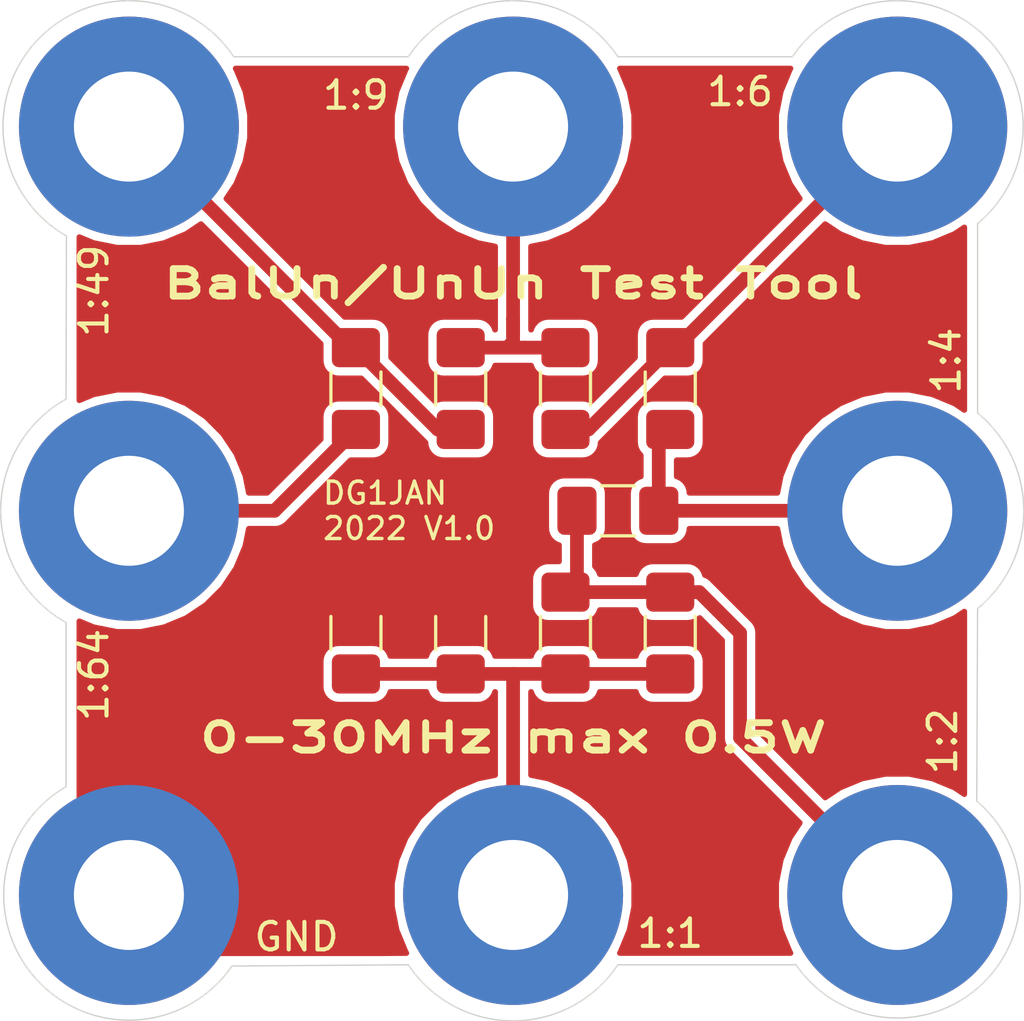
<source format=kicad_pcb>
(kicad_pcb (version 20171130) (host pcbnew "(5.1.6)-1")

  (general
    (thickness 1.6)
    (drawings 22)
    (tracks 37)
    (zones 0)
    (modules 17)
    (nets 9)
  )

  (page A4)
  (layers
    (0 F.Cu signal)
    (31 B.Cu signal)
    (32 B.Adhes user)
    (33 F.Adhes user)
    (34 B.Paste user)
    (35 F.Paste user)
    (36 B.SilkS user)
    (37 F.SilkS user)
    (38 B.Mask user)
    (39 F.Mask user)
    (40 Dwgs.User user)
    (41 Cmts.User user)
    (42 Eco1.User user)
    (43 Eco2.User user)
    (44 Edge.Cuts user)
    (45 Margin user)
    (46 B.CrtYd user)
    (47 F.CrtYd user)
    (48 B.Fab user)
    (49 F.Fab user)
  )

  (setup
    (last_trace_width 0.5)
    (user_trace_width 0.5)
    (user_trace_width 0.75)
    (user_trace_width 1)
    (user_trace_width 2)
    (trace_clearance 0.2)
    (zone_clearance 0.3)
    (zone_45_only no)
    (trace_min 0.2)
    (via_size 0.8)
    (via_drill 0.4)
    (via_min_size 0.4)
    (via_min_drill 0.3)
    (uvia_size 0.3)
    (uvia_drill 0.1)
    (uvias_allowed no)
    (uvia_min_size 0.2)
    (uvia_min_drill 0.1)
    (edge_width 0.05)
    (segment_width 0.2)
    (pcb_text_width 0.3)
    (pcb_text_size 1.5 1.5)
    (mod_edge_width 0.12)
    (mod_text_size 1 1)
    (mod_text_width 0.15)
    (pad_size 1.524 1.524)
    (pad_drill 0.762)
    (pad_to_mask_clearance 0.05)
    (aux_axis_origin 0 0)
    (visible_elements FFFFFF7F)
    (pcbplotparams
      (layerselection 0x010fc_ffffffff)
      (usegerberextensions false)
      (usegerberattributes true)
      (usegerberadvancedattributes true)
      (creategerberjobfile true)
      (excludeedgelayer true)
      (linewidth 0.100000)
      (plotframeref false)
      (viasonmask false)
      (mode 1)
      (useauxorigin false)
      (hpglpennumber 1)
      (hpglpenspeed 20)
      (hpglpendiameter 15.000000)
      (psnegative false)
      (psa4output false)
      (plotreference true)
      (plotvalue true)
      (plotinvisibletext false)
      (padsonsilk false)
      (subtractmaskfromsilk false)
      (outputformat 1)
      (mirror false)
      (drillshape 1)
      (scaleselection 1)
      (outputdirectory ""))
  )

  (net 0 "")
  (net 1 "Net-(H1-Pad1)")
  (net 2 "Net-(H2-Pad1)")
  (net 3 "Net-(H3-Pad1)")
  (net 4 "Net-(H4-Pad1)")
  (net 5 "Net-(H5-Pad1)")
  (net 6 "Net-(H6-Pad1)")
  (net 7 "Net-(H7-Pad1)")
  (net 8 "Net-(H8-Pad1)")

  (net_class Default "This is the default net class."
    (clearance 0.2)
    (trace_width 0.25)
    (via_dia 0.8)
    (via_drill 0.4)
    (uvia_dia 0.3)
    (uvia_drill 0.1)
    (add_net "Net-(H1-Pad1)")
    (add_net "Net-(H2-Pad1)")
    (add_net "Net-(H3-Pad1)")
    (add_net "Net-(H4-Pad1)")
    (add_net "Net-(H5-Pad1)")
    (add_net "Net-(H6-Pad1)")
    (add_net "Net-(H7-Pad1)")
    (add_net "Net-(H8-Pad1)")
  )

  (module Resistor_SMD:R_1206_3216Metric_Pad1.42x1.75mm_HandSolder (layer F.Cu) (tedit 5B301BBD) (tstamp 62B20AAC)
    (at 75.565 107.315 90)
    (descr "Resistor SMD 1206 (3216 Metric), square (rectangular) end terminal, IPC_7351 nominal with elongated pad for handsoldering. (Body size source: http://www.tortai-tech.com/upload/download/2011102023233369053.pdf), generated with kicad-footprint-generator")
    (tags "resistor handsolder")
    (path /62B5C52B)
    (attr smd)
    (fp_text reference R9 (at 0 -1.82 90) (layer F.SilkS) hide
      (effects (font (size 1 1) (thickness 0.15)))
    )
    (fp_text value 100 (at 0 1.82 90) (layer F.SilkS) hide
      (effects (font (size 1 1) (thickness 0.15)))
    )
    (fp_text user %R (at 0 0 90) (layer F.Fab)
      (effects (font (size 0.8 0.8) (thickness 0.12)))
    )
    (fp_line (start -1.6 0.8) (end -1.6 -0.8) (layer F.Fab) (width 0.1))
    (fp_line (start -1.6 -0.8) (end 1.6 -0.8) (layer F.Fab) (width 0.1))
    (fp_line (start 1.6 -0.8) (end 1.6 0.8) (layer F.Fab) (width 0.1))
    (fp_line (start 1.6 0.8) (end -1.6 0.8) (layer F.Fab) (width 0.1))
    (fp_line (start -0.602064 -0.91) (end 0.602064 -0.91) (layer F.SilkS) (width 0.12))
    (fp_line (start -0.602064 0.91) (end 0.602064 0.91) (layer F.SilkS) (width 0.12))
    (fp_line (start -2.45 1.12) (end -2.45 -1.12) (layer F.CrtYd) (width 0.05))
    (fp_line (start -2.45 -1.12) (end 2.45 -1.12) (layer F.CrtYd) (width 0.05))
    (fp_line (start 2.45 -1.12) (end 2.45 1.12) (layer F.CrtYd) (width 0.05))
    (fp_line (start 2.45 1.12) (end -2.45 1.12) (layer F.CrtYd) (width 0.05))
    (pad 2 smd roundrect (at 1.4875 0 90) (size 1.425 1.75) (layers F.Cu F.Paste F.Mask) (roundrect_rratio 0.175439)
      (net 1 "Net-(H1-Pad1)"))
    (pad 1 smd roundrect (at -1.4875 0 90) (size 1.425 1.75) (layers F.Cu F.Paste F.Mask) (roundrect_rratio 0.175439)
      (net 2 "Net-(H2-Pad1)"))
    (model ${KISYS3DMOD}/Resistor_SMD.3dshapes/R_1206_3216Metric.wrl
      (at (xyz 0 0 0))
      (scale (xyz 1 1 1))
      (rotate (xyz 0 0 0))
    )
  )

  (module Resistor_SMD:R_1206_3216Metric_Pad1.42x1.75mm_HandSolder (layer F.Cu) (tedit 5B301BBD) (tstamp 62B20A4C)
    (at 75.565 98.425 90)
    (descr "Resistor SMD 1206 (3216 Metric), square (rectangular) end terminal, IPC_7351 nominal with elongated pad for handsoldering. (Body size source: http://www.tortai-tech.com/upload/download/2011102023233369053.pdf), generated with kicad-footprint-generator")
    (tags "resistor handsolder")
    (path /62B2C707)
    (attr smd)
    (fp_text reference R7 (at 0 -1.82 90) (layer F.SilkS) hide
      (effects (font (size 1 1) (thickness 0.15)))
    )
    (fp_text value 2k (at 0 -1.905 90) (layer F.SilkS) hide
      (effects (font (size 1 1) (thickness 0.15)))
    )
    (fp_text user %R (at 0 0 90) (layer F.Fab)
      (effects (font (size 0.8 0.8) (thickness 0.12)))
    )
    (fp_line (start -1.6 0.8) (end -1.6 -0.8) (layer F.Fab) (width 0.1))
    (fp_line (start -1.6 -0.8) (end 1.6 -0.8) (layer F.Fab) (width 0.1))
    (fp_line (start 1.6 -0.8) (end 1.6 0.8) (layer F.Fab) (width 0.1))
    (fp_line (start 1.6 0.8) (end -1.6 0.8) (layer F.Fab) (width 0.1))
    (fp_line (start -0.602064 -0.91) (end 0.602064 -0.91) (layer F.SilkS) (width 0.12))
    (fp_line (start -0.602064 0.91) (end 0.602064 0.91) (layer F.SilkS) (width 0.12))
    (fp_line (start -2.45 1.12) (end -2.45 -1.12) (layer F.CrtYd) (width 0.05))
    (fp_line (start -2.45 -1.12) (end 2.45 -1.12) (layer F.CrtYd) (width 0.05))
    (fp_line (start 2.45 -1.12) (end 2.45 1.12) (layer F.CrtYd) (width 0.05))
    (fp_line (start 2.45 1.12) (end -2.45 1.12) (layer F.CrtYd) (width 0.05))
    (pad 2 smd roundrect (at 1.4875 0 90) (size 1.425 1.75) (layers F.Cu F.Paste F.Mask) (roundrect_rratio 0.175439)
      (net 6 "Net-(H6-Pad1)"))
    (pad 1 smd roundrect (at -1.4875 0 90) (size 1.425 1.75) (layers F.Cu F.Paste F.Mask) (roundrect_rratio 0.175439)
      (net 7 "Net-(H7-Pad1)"))
    (model ${KISYS3DMOD}/Resistor_SMD.3dshapes/R_1206_3216Metric.wrl
      (at (xyz 0 0 0))
      (scale (xyz 1 1 1))
      (rotate (xyz 0 0 0))
    )
  )

  (module Resistor_SMD:R_1206_3216Metric_Pad1.42x1.75mm_HandSolder (layer F.Cu) (tedit 5B301BBD) (tstamp 62B20A7C)
    (at 83.185 107.315 270)
    (descr "Resistor SMD 1206 (3216 Metric), square (rectangular) end terminal, IPC_7351 nominal with elongated pad for handsoldering. (Body size source: http://www.tortai-tech.com/upload/download/2011102023233369053.pdf), generated with kicad-footprint-generator")
    (tags "resistor handsolder")
    (path /62B5B91C)
    (attr smd)
    (fp_text reference R10 (at 0 -1.82 90) (layer F.SilkS) hide
      (effects (font (size 1 1) (thickness 0.15)))
    )
    (fp_text value 100 (at 0 1.82 90) (layer F.SilkS) hide
      (effects (font (size 1 1) (thickness 0.15)))
    )
    (fp_text user %R (at 0 0 90) (layer F.Fab)
      (effects (font (size 0.8 0.8) (thickness 0.12)))
    )
    (fp_line (start -1.6 0.8) (end -1.6 -0.8) (layer F.Fab) (width 0.1))
    (fp_line (start -1.6 -0.8) (end 1.6 -0.8) (layer F.Fab) (width 0.1))
    (fp_line (start 1.6 -0.8) (end 1.6 0.8) (layer F.Fab) (width 0.1))
    (fp_line (start 1.6 0.8) (end -1.6 0.8) (layer F.Fab) (width 0.1))
    (fp_line (start -0.602064 -0.91) (end 0.602064 -0.91) (layer F.SilkS) (width 0.12))
    (fp_line (start -0.602064 0.91) (end 0.602064 0.91) (layer F.SilkS) (width 0.12))
    (fp_line (start -2.45 1.12) (end -2.45 -1.12) (layer F.CrtYd) (width 0.05))
    (fp_line (start -2.45 -1.12) (end 2.45 -1.12) (layer F.CrtYd) (width 0.05))
    (fp_line (start 2.45 -1.12) (end 2.45 1.12) (layer F.CrtYd) (width 0.05))
    (fp_line (start 2.45 1.12) (end -2.45 1.12) (layer F.CrtYd) (width 0.05))
    (pad 2 smd roundrect (at 1.4875 0 270) (size 1.425 1.75) (layers F.Cu F.Paste F.Mask) (roundrect_rratio 0.175439)
      (net 2 "Net-(H2-Pad1)"))
    (pad 1 smd roundrect (at -1.4875 0 270) (size 1.425 1.75) (layers F.Cu F.Paste F.Mask) (roundrect_rratio 0.175439)
      (net 3 "Net-(H3-Pad1)"))
    (model ${KISYS3DMOD}/Resistor_SMD.3dshapes/R_1206_3216Metric.wrl
      (at (xyz 0 0 0))
      (scale (xyz 1 1 1))
      (rotate (xyz 0 0 0))
    )
  )

  (module Resistor_SMD:R_1206_3216Metric_Pad1.42x1.75mm_HandSolder (layer F.Cu) (tedit 5B301BBD) (tstamp 62B209EC)
    (at 81.28 102.87 180)
    (descr "Resistor SMD 1206 (3216 Metric), square (rectangular) end terminal, IPC_7351 nominal with elongated pad for handsoldering. (Body size source: http://www.tortai-tech.com/upload/download/2011102023233369053.pdf), generated with kicad-footprint-generator")
    (tags "resistor handsolder")
    (path /62B2A09D)
    (attr smd)
    (fp_text reference R3 (at 0 -1.82) (layer F.SilkS) hide
      (effects (font (size 1 1) (thickness 0.15)))
    )
    (fp_text value 100 (at 4.445 0) (layer F.SilkS) hide
      (effects (font (size 1 1) (thickness 0.15)))
    )
    (fp_text user %R (at 0 0) (layer F.Fab)
      (effects (font (size 0.8 0.8) (thickness 0.12)))
    )
    (fp_line (start -1.6 0.8) (end -1.6 -0.8) (layer F.Fab) (width 0.1))
    (fp_line (start -1.6 -0.8) (end 1.6 -0.8) (layer F.Fab) (width 0.1))
    (fp_line (start 1.6 -0.8) (end 1.6 0.8) (layer F.Fab) (width 0.1))
    (fp_line (start 1.6 0.8) (end -1.6 0.8) (layer F.Fab) (width 0.1))
    (fp_line (start -0.602064 -0.91) (end 0.602064 -0.91) (layer F.SilkS) (width 0.12))
    (fp_line (start -0.602064 0.91) (end 0.602064 0.91) (layer F.SilkS) (width 0.12))
    (fp_line (start -2.45 1.12) (end -2.45 -1.12) (layer F.CrtYd) (width 0.05))
    (fp_line (start -2.45 -1.12) (end 2.45 -1.12) (layer F.CrtYd) (width 0.05))
    (fp_line (start 2.45 -1.12) (end 2.45 1.12) (layer F.CrtYd) (width 0.05))
    (fp_line (start 2.45 1.12) (end -2.45 1.12) (layer F.CrtYd) (width 0.05))
    (pad 2 smd roundrect (at 1.4875 0 180) (size 1.425 1.75) (layers F.Cu F.Paste F.Mask) (roundrect_rratio 0.175439)
      (net 3 "Net-(H3-Pad1)"))
    (pad 1 smd roundrect (at -1.4875 0 180) (size 1.425 1.75) (layers F.Cu F.Paste F.Mask) (roundrect_rratio 0.175439)
      (net 4 "Net-(H4-Pad1)"))
    (model ${KISYS3DMOD}/Resistor_SMD.3dshapes/R_1206_3216Metric.wrl
      (at (xyz 0 0 0))
      (scale (xyz 1 1 1))
      (rotate (xyz 0 0 0))
    )
  )

  (module Resistor_SMD:R_1206_3216Metric_Pad1.42x1.75mm_HandSolder (layer F.Cu) (tedit 5B301BBD) (tstamp 62B2092C)
    (at 71.755 98.425 90)
    (descr "Resistor SMD 1206 (3216 Metric), square (rectangular) end terminal, IPC_7351 nominal with elongated pad for handsoldering. (Body size source: http://www.tortai-tech.com/upload/download/2011102023233369053.pdf), generated with kicad-footprint-generator")
    (tags "resistor handsolder")
    (path /62B2CE4B)
    (attr smd)
    (fp_text reference R8 (at 0 -1.82 90) (layer F.SilkS) hide
      (effects (font (size 1 1) (thickness 0.15)))
    )
    (fp_text value 750 (at 0 1.82 90) (layer F.SilkS) hide
      (effects (font (size 1 1) (thickness 0.15)))
    )
    (fp_text user %R (at 0 0 90) (layer F.Fab)
      (effects (font (size 0.8 0.8) (thickness 0.12)))
    )
    (fp_line (start -1.6 0.8) (end -1.6 -0.8) (layer F.Fab) (width 0.1))
    (fp_line (start -1.6 -0.8) (end 1.6 -0.8) (layer F.Fab) (width 0.1))
    (fp_line (start 1.6 -0.8) (end 1.6 0.8) (layer F.Fab) (width 0.1))
    (fp_line (start 1.6 0.8) (end -1.6 0.8) (layer F.Fab) (width 0.1))
    (fp_line (start -0.602064 -0.91) (end 0.602064 -0.91) (layer F.SilkS) (width 0.12))
    (fp_line (start -0.602064 0.91) (end 0.602064 0.91) (layer F.SilkS) (width 0.12))
    (fp_line (start -2.45 1.12) (end -2.45 -1.12) (layer F.CrtYd) (width 0.05))
    (fp_line (start -2.45 -1.12) (end 2.45 -1.12) (layer F.CrtYd) (width 0.05))
    (fp_line (start 2.45 -1.12) (end 2.45 1.12) (layer F.CrtYd) (width 0.05))
    (fp_line (start 2.45 1.12) (end -2.45 1.12) (layer F.CrtYd) (width 0.05))
    (pad 2 smd roundrect (at 1.4875 0 90) (size 1.425 1.75) (layers F.Cu F.Paste F.Mask) (roundrect_rratio 0.175439)
      (net 7 "Net-(H7-Pad1)"))
    (pad 1 smd roundrect (at -1.4875 0 90) (size 1.425 1.75) (layers F.Cu F.Paste F.Mask) (roundrect_rratio 0.175439)
      (net 8 "Net-(H8-Pad1)"))
    (model ${KISYS3DMOD}/Resistor_SMD.3dshapes/R_1206_3216Metric.wrl
      (at (xyz 0 0 0))
      (scale (xyz 1 1 1))
      (rotate (xyz 0 0 0))
    )
  )

  (module Resistor_SMD:R_1206_3216Metric_Pad1.42x1.75mm_HandSolder (layer F.Cu) (tedit 5B301BBD) (tstamp 62B2095C)
    (at 79.375 98.425 270)
    (descr "Resistor SMD 1206 (3216 Metric), square (rectangular) end terminal, IPC_7351 nominal with elongated pad for handsoldering. (Body size source: http://www.tortai-tech.com/upload/download/2011102023233369053.pdf), generated with kicad-footprint-generator")
    (tags "resistor handsolder")
    (path /62B2BC57)
    (attr smd)
    (fp_text reference R6 (at 0 -1.82 90) (layer F.SilkS) hide
      (effects (font (size 1 1) (thickness 0.15)))
    )
    (fp_text value 150 (at 0 1.905 90) (layer F.SilkS) hide
      (effects (font (size 1 1) (thickness 0.15)))
    )
    (fp_text user %R (at 0 0 90) (layer F.Fab)
      (effects (font (size 0.8 0.8) (thickness 0.12)))
    )
    (fp_line (start -1.6 0.8) (end -1.6 -0.8) (layer F.Fab) (width 0.1))
    (fp_line (start -1.6 -0.8) (end 1.6 -0.8) (layer F.Fab) (width 0.1))
    (fp_line (start 1.6 -0.8) (end 1.6 0.8) (layer F.Fab) (width 0.1))
    (fp_line (start 1.6 0.8) (end -1.6 0.8) (layer F.Fab) (width 0.1))
    (fp_line (start -0.602064 -0.91) (end 0.602064 -0.91) (layer F.SilkS) (width 0.12))
    (fp_line (start -0.602064 0.91) (end 0.602064 0.91) (layer F.SilkS) (width 0.12))
    (fp_line (start -2.45 1.12) (end -2.45 -1.12) (layer F.CrtYd) (width 0.05))
    (fp_line (start -2.45 -1.12) (end 2.45 -1.12) (layer F.CrtYd) (width 0.05))
    (fp_line (start 2.45 -1.12) (end 2.45 1.12) (layer F.CrtYd) (width 0.05))
    (fp_line (start 2.45 1.12) (end -2.45 1.12) (layer F.CrtYd) (width 0.05))
    (pad 2 smd roundrect (at 1.4875 0 270) (size 1.425 1.75) (layers F.Cu F.Paste F.Mask) (roundrect_rratio 0.175439)
      (net 5 "Net-(H5-Pad1)"))
    (pad 1 smd roundrect (at -1.4875 0 270) (size 1.425 1.75) (layers F.Cu F.Paste F.Mask) (roundrect_rratio 0.175439)
      (net 6 "Net-(H6-Pad1)"))
    (model ${KISYS3DMOD}/Resistor_SMD.3dshapes/R_1206_3216Metric.wrl
      (at (xyz 0 0 0))
      (scale (xyz 1 1 1))
      (rotate (xyz 0 0 0))
    )
  )

  (module Resistor_SMD:R_1206_3216Metric_Pad1.42x1.75mm_HandSolder (layer F.Cu) (tedit 5B301BBD) (tstamp 62B2098C)
    (at 83.185 98.425 270)
    (descr "Resistor SMD 1206 (3216 Metric), square (rectangular) end terminal, IPC_7351 nominal with elongated pad for handsoldering. (Body size source: http://www.tortai-tech.com/upload/download/2011102023233369053.pdf), generated with kicad-footprint-generator")
    (tags "resistor handsolder")
    (path /62B2AB60)
    (attr smd)
    (fp_text reference R4 (at 0 -1.82 90) (layer F.SilkS) hide
      (effects (font (size 1 1) (thickness 0.15)))
    )
    (fp_text value 100 (at 0 -1.905 90) (layer F.SilkS) hide
      (effects (font (size 1 1) (thickness 0.15)))
    )
    (fp_text user %R (at 0 -0.127 90) (layer F.Fab)
      (effects (font (size 0.8 0.8) (thickness 0.12)))
    )
    (fp_line (start -1.6 0.8) (end -1.6 -0.8) (layer F.Fab) (width 0.1))
    (fp_line (start -1.6 -0.8) (end 1.6 -0.8) (layer F.Fab) (width 0.1))
    (fp_line (start 1.6 -0.8) (end 1.6 0.8) (layer F.Fab) (width 0.1))
    (fp_line (start 1.6 0.8) (end -1.6 0.8) (layer F.Fab) (width 0.1))
    (fp_line (start -0.602064 -0.91) (end 0.602064 -0.91) (layer F.SilkS) (width 0.12))
    (fp_line (start -0.602064 0.91) (end 0.602064 0.91) (layer F.SilkS) (width 0.12))
    (fp_line (start -2.45 1.12) (end -2.45 -1.12) (layer F.CrtYd) (width 0.05))
    (fp_line (start -2.45 -1.12) (end 2.45 -1.12) (layer F.CrtYd) (width 0.05))
    (fp_line (start 2.45 -1.12) (end 2.45 1.12) (layer F.CrtYd) (width 0.05))
    (fp_line (start 2.45 1.12) (end -2.45 1.12) (layer F.CrtYd) (width 0.05))
    (pad 2 smd roundrect (at 1.4875 0 270) (size 1.425 1.75) (layers F.Cu F.Paste F.Mask) (roundrect_rratio 0.175439)
      (net 4 "Net-(H4-Pad1)"))
    (pad 1 smd roundrect (at -1.4875 0 270) (size 1.425 1.75) (layers F.Cu F.Paste F.Mask) (roundrect_rratio 0.175439)
      (net 5 "Net-(H5-Pad1)"))
    (model ${KISYS3DMOD}/Resistor_SMD.3dshapes/R_1206_3216Metric.wrl
      (at (xyz 0 0 0))
      (scale (xyz 1 1 1))
      (rotate (xyz 0 0 0))
    )
  )

  (module Resistor_SMD:R_1206_3216Metric_Pad1.42x1.75mm_HandSolder (layer F.Cu) (tedit 5B301BBD) (tstamp 62B209BC)
    (at 79.375 107.315 270)
    (descr "Resistor SMD 1206 (3216 Metric), square (rectangular) end terminal, IPC_7351 nominal with elongated pad for handsoldering. (Body size source: http://www.tortai-tech.com/upload/download/2011102023233369053.pdf), generated with kicad-footprint-generator")
    (tags "resistor handsolder")
    (path /62B297CC)
    (attr smd)
    (fp_text reference R2 (at 0 -1.82 90) (layer F.SilkS) hide
      (effects (font (size 1 1) (thickness 0.15)))
    )
    (fp_text value 100 (at 0 1.905 90) (layer F.SilkS) hide
      (effects (font (size 1 1) (thickness 0.15)))
    )
    (fp_text user %R (at 0 0 270) (layer F.Fab)
      (effects (font (size 0.8 0.8) (thickness 0.12)))
    )
    (fp_line (start -1.6 0.8) (end -1.6 -0.8) (layer F.Fab) (width 0.1))
    (fp_line (start -1.6 -0.8) (end 1.6 -0.8) (layer F.Fab) (width 0.1))
    (fp_line (start 1.6 -0.8) (end 1.6 0.8) (layer F.Fab) (width 0.1))
    (fp_line (start 1.6 0.8) (end -1.6 0.8) (layer F.Fab) (width 0.1))
    (fp_line (start -0.602064 -0.91) (end 0.602064 -0.91) (layer F.SilkS) (width 0.12))
    (fp_line (start -0.602064 0.91) (end 0.602064 0.91) (layer F.SilkS) (width 0.12))
    (fp_line (start -2.45 1.12) (end -2.45 -1.12) (layer F.CrtYd) (width 0.05))
    (fp_line (start -2.45 -1.12) (end 2.45 -1.12) (layer F.CrtYd) (width 0.05))
    (fp_line (start 2.45 -1.12) (end 2.45 1.12) (layer F.CrtYd) (width 0.05))
    (fp_line (start 2.45 1.12) (end -2.45 1.12) (layer F.CrtYd) (width 0.05))
    (pad 2 smd roundrect (at 1.4875 0 270) (size 1.425 1.75) (layers F.Cu F.Paste F.Mask) (roundrect_rratio 0.175439)
      (net 2 "Net-(H2-Pad1)"))
    (pad 1 smd roundrect (at -1.4875 0 270) (size 1.425 1.75) (layers F.Cu F.Paste F.Mask) (roundrect_rratio 0.175439)
      (net 3 "Net-(H3-Pad1)"))
    (model ${KISYS3DMOD}/Resistor_SMD.3dshapes/R_1206_3216Metric.wrl
      (at (xyz 0 0 0))
      (scale (xyz 1 1 1))
      (rotate (xyz 0 0 0))
    )
  )

  (module Resistor_SMD:R_1206_3216Metric_Pad1.42x1.75mm_HandSolder (layer F.Cu) (tedit 5B301BBD) (tstamp 62B20A1C)
    (at 71.755 107.315 90)
    (descr "Resistor SMD 1206 (3216 Metric), square (rectangular) end terminal, IPC_7351 nominal with elongated pad for handsoldering. (Body size source: http://www.tortai-tech.com/upload/download/2011102023233369053.pdf), generated with kicad-footprint-generator")
    (tags "resistor handsolder")
    (path /62B28610)
    (attr smd)
    (fp_text reference R1 (at -3.81 -2.54 90) (layer F.SilkS) hide
      (effects (font (size 1 1) (thickness 0.15)))
    )
    (fp_text value 100 (at 0 1.905 90) (layer F.SilkS) hide
      (effects (font (size 1 1) (thickness 0.15)))
    )
    (fp_text user %R (at 0 0 90) (layer F.Fab)
      (effects (font (size 0.8 0.8) (thickness 0.12)))
    )
    (fp_line (start -1.6 0.8) (end -1.6 -0.8) (layer F.Fab) (width 0.1))
    (fp_line (start -1.6 -0.8) (end 1.6 -0.8) (layer F.Fab) (width 0.1))
    (fp_line (start 1.6 -0.8) (end 1.6 0.8) (layer F.Fab) (width 0.1))
    (fp_line (start 1.6 0.8) (end -1.6 0.8) (layer F.Fab) (width 0.1))
    (fp_line (start -0.602064 -0.91) (end 0.602064 -0.91) (layer F.SilkS) (width 0.12))
    (fp_line (start -0.602064 0.91) (end 0.602064 0.91) (layer F.SilkS) (width 0.12))
    (fp_line (start -2.45 1.12) (end -2.45 -1.12) (layer F.CrtYd) (width 0.05))
    (fp_line (start -2.45 -1.12) (end 2.45 -1.12) (layer F.CrtYd) (width 0.05))
    (fp_line (start 2.45 -1.12) (end 2.45 1.12) (layer F.CrtYd) (width 0.05))
    (fp_line (start 2.45 1.12) (end -2.45 1.12) (layer F.CrtYd) (width 0.05))
    (pad 2 smd roundrect (at 1.4875 0 90) (size 1.425 1.75) (layers F.Cu F.Paste F.Mask) (roundrect_rratio 0.175439)
      (net 1 "Net-(H1-Pad1)"))
    (pad 1 smd roundrect (at -1.4875 0 90) (size 1.425 1.75) (layers F.Cu F.Paste F.Mask) (roundrect_rratio 0.175439)
      (net 2 "Net-(H2-Pad1)"))
    (model ${KISYS3DMOD}/Resistor_SMD.3dshapes/R_1206_3216Metric.wrl
      (at (xyz 0 0 0))
      (scale (xyz 1 1 1))
      (rotate (xyz 0 0 0))
    )
  )

  (module MountingHole:MountingHole_4mm_Pad (layer F.Cu) (tedit 56D1B4CB) (tstamp 62B1E5E5)
    (at 63.5 102.87)
    (descr "Mounting Hole 4mm")
    (tags "mounting hole 4mm")
    (path /62B3022A)
    (attr virtual)
    (fp_text reference 1:64 (at -1.27 5.969 -90) (layer F.SilkS)
      (effects (font (size 1 1) (thickness 0.15)))
    )
    (fp_text value 1:64 (at 0 0) (layer F.Fab)
      (effects (font (size 1 1) (thickness 0.15)))
    )
    (fp_text user %R (at 0.3 0) (layer F.Fab)
      (effects (font (size 1 1) (thickness 0.15)))
    )
    (fp_circle (center 0 0) (end 4 0) (layer Cmts.User) (width 0.15))
    (fp_circle (center 0 0) (end 4.25 0) (layer F.CrtYd) (width 0.05))
    (pad 1 thru_hole circle (at 0 0) (size 8 8) (drill 4) (layers *.Cu *.Mask)
      (net 8 "Net-(H8-Pad1)"))
  )

  (module MountingHole:MountingHole_4mm_Pad (layer F.Cu) (tedit 56D1B4CB) (tstamp 62B1B319)
    (at 63.5 88.9)
    (descr "Mounting Hole 4mm")
    (tags "mounting hole 4mm")
    (path /62B2FC95)
    (attr virtual)
    (fp_text reference 1:49 (at -1.27 5.969 -90) (layer F.SilkS)
      (effects (font (size 1 1) (thickness 0.15)))
    )
    (fp_text value 1:49 (at 0 0) (layer F.Fab)
      (effects (font (size 1 1) (thickness 0.15)))
    )
    (fp_text user %R (at 0.3 0) (layer F.Fab)
      (effects (font (size 1 1) (thickness 0.15)))
    )
    (fp_circle (center 0 0) (end 4 0) (layer Cmts.User) (width 0.15))
    (fp_circle (center 0 0) (end 4.25 0) (layer F.CrtYd) (width 0.05))
    (pad 1 thru_hole circle (at 0 0) (size 8 8) (drill 4) (layers *.Cu *.Mask)
      (net 7 "Net-(H7-Pad1)"))
  )

  (module MountingHole:MountingHole_4mm_Pad (layer F.Cu) (tedit 56D1B4CB) (tstamp 62B1B311)
    (at 77.47 88.9)
    (descr "Mounting Hole 4mm")
    (tags "mounting hole 4mm")
    (path /62B2FA72)
    (attr virtual)
    (fp_text reference 1:9 (at -5.715 -1.143) (layer F.SilkS)
      (effects (font (size 1 1) (thickness 0.15)))
    )
    (fp_text value 1:9 (at 0 0) (layer F.Fab)
      (effects (font (size 1 1) (thickness 0.15)))
    )
    (fp_text user %R (at 0.3 0) (layer F.Fab)
      (effects (font (size 1 1) (thickness 0.15)))
    )
    (fp_circle (center 0 0) (end 4 0) (layer Cmts.User) (width 0.15))
    (fp_circle (center 0 0) (end 4.25 0) (layer F.CrtYd) (width 0.05))
    (pad 1 thru_hole circle (at 0 0) (size 8 8) (drill 4) (layers *.Cu *.Mask)
      (net 6 "Net-(H6-Pad1)"))
  )

  (module MountingHole:MountingHole_4mm_Pad (layer F.Cu) (tedit 56D1B4CB) (tstamp 62B1B309)
    (at 91.44 88.9)
    (descr "Mounting Hole 4mm")
    (tags "mounting hole 4mm")
    (path /62B2F76F)
    (attr virtual)
    (fp_text reference 1:6 (at -5.715 -1.27) (layer F.SilkS)
      (effects (font (size 1 1) (thickness 0.15)))
    )
    (fp_text value 1:6 (at 0 0) (layer F.Fab)
      (effects (font (size 1 1) (thickness 0.15)))
    )
    (fp_text user %R (at 0.3 0) (layer F.Fab)
      (effects (font (size 1 1) (thickness 0.15)))
    )
    (fp_circle (center 0 0) (end 4 0) (layer Cmts.User) (width 0.15))
    (fp_circle (center 0 0) (end 4.25 0) (layer F.CrtYd) (width 0.05))
    (pad 1 thru_hole circle (at 0 0) (size 8 8) (drill 4) (layers *.Cu *.Mask)
      (net 5 "Net-(H5-Pad1)"))
  )

  (module MountingHole:MountingHole_4mm_Pad (layer F.Cu) (tedit 56D1B4CB) (tstamp 62B1F158)
    (at 91.44 102.87)
    (descr "Mounting Hole 4mm")
    (tags "mounting hole 4mm")
    (path /62B2F34C)
    (attr virtual)
    (fp_text reference 1:4 (at 1.778 -5.461 90) (layer F.SilkS)
      (effects (font (size 1 1) (thickness 0.15)))
    )
    (fp_text value 1:4 (at 0 0) (layer F.Fab)
      (effects (font (size 1 1) (thickness 0.15)))
    )
    (fp_text user %R (at 0.3 0) (layer F.Fab)
      (effects (font (size 1 1) (thickness 0.15)))
    )
    (fp_circle (center 0 0) (end 4 0) (layer Cmts.User) (width 0.15))
    (fp_circle (center 0 0) (end 4.25 0) (layer F.CrtYd) (width 0.05))
    (pad 1 thru_hole circle (at 0 0) (size 8 8) (drill 4) (layers *.Cu *.Mask)
      (net 4 "Net-(H4-Pad1)"))
  )

  (module MountingHole:MountingHole_4mm_Pad (layer F.Cu) (tedit 56D1B4CB) (tstamp 62B1B2F9)
    (at 91.44 116.84)
    (descr "Mounting Hole 4mm")
    (tags "mounting hole 4mm")
    (path /62B2F095)
    (attr virtual)
    (fp_text reference 1:2 (at 1.651 -5.588 90) (layer F.SilkS)
      (effects (font (size 1 1) (thickness 0.15)))
    )
    (fp_text value 1:2 (at 0 0) (layer F.Fab)
      (effects (font (size 1 1) (thickness 0.15)))
    )
    (fp_text user %R (at 0.3 0) (layer F.Fab)
      (effects (font (size 1 1) (thickness 0.15)))
    )
    (fp_circle (center 0 0) (end 4 0) (layer Cmts.User) (width 0.15))
    (fp_circle (center 0 0) (end 4.25 0) (layer F.CrtYd) (width 0.05))
    (pad 1 thru_hole circle (at 0 0) (size 8 8) (drill 4) (layers *.Cu *.Mask)
      (net 3 "Net-(H3-Pad1)"))
  )

  (module MountingHole:MountingHole_4mm_Pad (layer F.Cu) (tedit 56D1B4CB) (tstamp 62B1B2F1)
    (at 77.47 116.84)
    (descr "Mounting Hole 4mm")
    (tags "mounting hole 4mm")
    (path /62B2EC24)
    (attr virtual)
    (fp_text reference 1:1 (at 5.715 1.397 180) (layer F.SilkS)
      (effects (font (size 1 1) (thickness 0.15)))
    )
    (fp_text value 1:1 (at 0 0) (layer F.Fab)
      (effects (font (size 1 1) (thickness 0.15)))
    )
    (fp_text user %R (at 0.3 0) (layer F.Fab)
      (effects (font (size 1 1) (thickness 0.15)))
    )
    (fp_circle (center 0 0) (end 4 0) (layer Cmts.User) (width 0.15))
    (fp_circle (center 0 0) (end 4.25 0) (layer F.CrtYd) (width 0.05))
    (pad 1 thru_hole circle (at 0 0) (size 8 8) (drill 4) (layers *.Cu *.Mask)
      (net 2 "Net-(H2-Pad1)"))
  )

  (module MountingHole:MountingHole_4mm_Pad (layer F.Cu) (tedit 56D1B4CB) (tstamp 62B1ED5F)
    (at 63.5 116.84)
    (descr "Mounting Hole 4mm")
    (tags "mounting hole 4mm")
    (path /62B2DDA6)
    (attr virtual)
    (fp_text reference GND (at 6.096 1.524 180) (layer F.SilkS)
      (effects (font (size 1 1) (thickness 0.15)))
    )
    (fp_text value GND (at 0 0) (layer F.Fab)
      (effects (font (size 1 1) (thickness 0.15)))
    )
    (fp_text user %R (at 0.3 0) (layer F.Fab)
      (effects (font (size 1 1) (thickness 0.15)))
    )
    (fp_circle (center 0 0) (end 4 0) (layer Cmts.User) (width 0.15))
    (fp_circle (center 0 0) (end 4.25 0) (layer F.CrtYd) (width 0.05))
    (pad 1 thru_hole circle (at 0 0) (size 8 8) (drill 4) (layers *.Cu *.Mask)
      (net 1 "Net-(H1-Pad1)"))
  )

  (gr_text "0-30MHz max 0.5W" (at 77.47 111.125) (layer F.SilkS)
    (effects (font (size 1 1.5) (thickness 0.25)))
  )
  (gr_line (start 81.28 119.38) (end 87.757001 119.379999) (layer Edge.Cuts) (width 0.05) (tstamp 62B1E4D6))
  (gr_line (start 67.247721 119.424636) (end 73.660001 119.379999) (layer Edge.Cuts) (width 0.05) (tstamp 62B1E4D5))
  (gr_line (start 61.214001 98.806001) (end 61.228155 92.875728) (layer Edge.Cuts) (width 0.05) (tstamp 62B1E4CA))
  (gr_line (start 61.214 106.934) (end 61.214001 112.903001) (layer Edge.Cuts) (width 0.05) (tstamp 62B1E4C8))
  (gr_line (start 61.158633 106.902354) (end 61.214 106.934) (layer Edge.Cuts) (width 0.05))
  (gr_arc (start 63.5 102.87) (end 61.214001 98.806001) (angle -120.5008609) (layer Edge.Cuts) (width 0.05))
  (gr_arc (start 63.5 116.84) (end 61.214001 112.903001) (angle -205.2663258) (layer Edge.Cuts) (width 0.05) (tstamp 62B1ED9E))
  (gr_arc (start 77.47 116.84) (end 73.660001 119.379999) (angle -112.6198649) (layer Edge.Cuts) (width 0.05))
  (gr_line (start 94.360999 106.425999) (end 94.329903 113.424661) (layer Edge.Cuts) (width 0.05) (tstamp 62B1E476))
  (gr_arc (start 91.44 116.84) (end 87.757001 119.379999) (angle -195.171353) (layer Edge.Cuts) (width 0.05))
  (gr_line (start 94.361 92.456) (end 94.371435 92.417721) (layer Edge.Cuts) (width 0.05) (tstamp 62B1E453))
  (gr_line (start 94.360999 99.314001) (end 94.361 92.456) (layer Edge.Cuts) (width 0.05))
  (gr_arc (start 91.44 102.87) (end 94.360999 106.425999) (angle -101.1986787) (layer Edge.Cuts) (width 0.05) (tstamp 62B1EB4C))
  (gr_arc (start 91.44 88.9) (end 94.371435 92.417721) (angle -196.5043552) (layer Edge.Cuts) (width 0.05))
  (gr_line (start 81.279999 86.360001) (end 87.63 86.36) (layer Edge.Cuts) (width 0.05))
  (gr_line (start 73.66 86.36) (end 73.660001 86.360001) (layer Edge.Cuts) (width 0.05) (tstamp 62B1E370))
  (gr_line (start 67.309999 86.360001) (end 73.66 86.36) (layer Edge.Cuts) (width 0.05))
  (gr_arc (start 63.5 88.9) (end 67.309999 86.360001) (angle -206.5650512) (layer Edge.Cuts) (width 0.05))
  (gr_arc (start 77.47 88.9) (end 81.279999 86.360001) (angle -112.6198649) (layer Edge.Cuts) (width 0.05))
  (gr_text "DG1JAN\n2022 V1.0" (at 70.485 102.87) (layer F.SilkS)
    (effects (font (size 0.8 0.8) (thickness 0.125)) (justify left))
  )
  (gr_text "BalUn/UnUn Test Tool" (at 77.47 94.615) (layer F.SilkS)
    (effects (font (size 1 1.5) (thickness 0.25)))
  )

  (segment (start 71.755 108.8025) (end 75.565 108.8025) (width 0.5) (layer F.Cu) (net 2))
  (segment (start 79.375 108.8025) (end 83.185 108.8025) (width 0.5) (layer F.Cu) (net 2))
  (segment (start 77.47 108.839) (end 77.5065 108.8025) (width 0.5) (layer F.Cu) (net 2))
  (segment (start 77.47 116.84) (end 77.47 108.839) (width 0.5) (layer F.Cu) (net 2))
  (segment (start 75.565 108.8025) (end 77.5065 108.8025) (width 0.5) (layer F.Cu) (net 2))
  (segment (start 77.5065 108.8025) (end 79.375 108.8025) (width 0.5) (layer F.Cu) (net 2))
  (segment (start 83.185 105.8275) (end 79.375 105.8275) (width 0.5) (layer F.Cu) (net 3))
  (segment (start 79.375 105.8275) (end 78.94 105.8275) (width 0.5) (layer F.Cu) (net 3))
  (segment (start 79.7925 105.41) (end 79.375 105.8275) (width 0.5) (layer F.Cu) (net 3))
  (segment (start 79.7925 102.87) (end 79.7925 105.41) (width 0.5) (layer F.Cu) (net 3))
  (segment (start 85.725 107.315) (end 84.2375 105.8275) (width 0.5) (layer F.Cu) (net 3))
  (segment (start 91.44 116.84) (end 85.725 111.125) (width 0.5) (layer F.Cu) (net 3))
  (segment (start 84.2375 105.8275) (end 83.185 105.8275) (width 0.5) (layer F.Cu) (net 3))
  (segment (start 85.725 111.125) (end 85.725 107.315) (width 0.5) (layer F.Cu) (net 3))
  (segment (start 82.7675 100.33) (end 83.185 99.9125) (width 0.5) (layer F.Cu) (net 4))
  (segment (start 82.7675 102.87) (end 82.7675 100.33) (width 0.5) (layer F.Cu) (net 4))
  (segment (start 82.7675 102.87) (end 91.44 102.87) (width 0.5) (layer F.Cu) (net 4))
  (segment (start 83.4025 96.9375) (end 91.44 88.9) (width 0.5) (layer F.Cu) (net 5))
  (segment (start 83.185 96.9375) (end 83.4025 96.9375) (width 0.5) (layer F.Cu) (net 5))
  (segment (start 83.185 97.155) (end 83.185 96.9375) (width 0.5) (layer F.Cu) (net 5))
  (segment (start 80.21 99.9125) (end 83.185 96.9375) (width 0.5) (layer F.Cu) (net 5))
  (segment (start 79.375 99.9125) (end 80.21 99.9125) (width 0.5) (layer F.Cu) (net 5))
  (segment (start 79.375 96.9375) (end 77.8875 96.9375) (width 0.5) (layer F.Cu) (net 6))
  (segment (start 77.47 95.885) (end 77.47 96.72) (width 0.5) (layer F.Cu) (net 6))
  (segment (start 77.47 88.9) (end 77.47 95.885) (width 0.5) (layer F.Cu) (net 6))
  (segment (start 77.8875 96.9375) (end 77.2525 96.9375) (width 0.5) (layer F.Cu) (net 6))
  (segment (start 77.47 96.72) (end 77.2525 96.9375) (width 0.5) (layer F.Cu) (net 6))
  (segment (start 77.2525 96.9375) (end 75.565 96.9375) (width 0.5) (layer F.Cu) (net 6))
  (segment (start 77.47 95.885) (end 77.47 96.52) (width 0.5) (layer F.Cu) (net 6))
  (segment (start 71.5375 96.9375) (end 63.5 88.9) (width 0.5) (layer F.Cu) (net 7))
  (segment (start 71.755 96.9375) (end 71.5375 96.9375) (width 0.5) (layer F.Cu) (net 7))
  (segment (start 71.755 97.155) (end 71.755 96.9375) (width 0.5) (layer F.Cu) (net 7))
  (segment (start 75.1475 99.9125) (end 75.565 99.9125) (width 0.5) (layer F.Cu) (net 7))
  (segment (start 74.73 99.9125) (end 71.755 96.9375) (width 0.5) (layer F.Cu) (net 7))
  (segment (start 75.565 99.9125) (end 74.73 99.9125) (width 0.5) (layer F.Cu) (net 7))
  (segment (start 68.7975 102.87) (end 71.755 99.9125) (width 0.5) (layer F.Cu) (net 8))
  (segment (start 63.5 102.87) (end 68.7975 102.87) (width 0.5) (layer F.Cu) (net 8))

  (zone (net 1) (net_name "Net-(H1-Pad1)") (layer F.Cu) (tstamp 0) (hatch edge 0.508)
    (connect_pads yes (clearance 0.3))
    (min_thickness 0.2)
    (fill yes (arc_segments 32) (thermal_gap 0.508) (thermal_bridge_width 0.508))
    (polygon
      (pts
        (xy 93.98 119.0625) (xy 61.595 119.0625) (xy 61.595 86.6775) (xy 93.98 86.6775)
      )
    )
    (filled_polygon
      (pts
        (xy 87.54077 86.815818) (xy 87.209089 87.616567) (xy 87.04 88.466638) (xy 87.04 89.333362) (xy 87.209089 90.183433)
        (xy 87.54077 90.984182) (xy 87.899581 91.52118) (xy 83.597697 95.823065) (xy 82.56 95.823065) (xy 82.432814 95.835592)
        (xy 82.310515 95.872691) (xy 82.197804 95.932936) (xy 82.099012 96.014012) (xy 82.017936 96.112804) (xy 81.957691 96.225515)
        (xy 81.920592 96.347814) (xy 81.908065 96.475) (xy 81.908065 97.295196) (xy 80.318618 98.884643) (xy 80.249485 98.847691)
        (xy 80.127186 98.810592) (xy 80 98.798065) (xy 78.75 98.798065) (xy 78.622814 98.810592) (xy 78.500515 98.847691)
        (xy 78.387804 98.907936) (xy 78.289012 98.989012) (xy 78.207936 99.087804) (xy 78.147691 99.200515) (xy 78.110592 99.322814)
        (xy 78.098065 99.45) (xy 78.098065 100.375) (xy 78.110592 100.502186) (xy 78.147691 100.624485) (xy 78.207936 100.737196)
        (xy 78.289012 100.835988) (xy 78.387804 100.917064) (xy 78.500515 100.977309) (xy 78.622814 101.014408) (xy 78.75 101.026935)
        (xy 80 101.026935) (xy 80.127186 101.014408) (xy 80.249485 100.977309) (xy 80.362196 100.917064) (xy 80.460988 100.835988)
        (xy 80.542064 100.737196) (xy 80.602309 100.624485) (xy 80.639408 100.502186) (xy 80.650255 100.39206) (xy 80.671843 100.374343)
        (xy 80.6922 100.349538) (xy 82.989804 98.051935) (xy 83.81 98.051935) (xy 83.937186 98.039408) (xy 84.059485 98.002309)
        (xy 84.172196 97.942064) (xy 84.270988 97.860988) (xy 84.352064 97.762196) (xy 84.412309 97.649485) (xy 84.449408 97.527186)
        (xy 84.461935 97.4) (xy 84.461935 96.797303) (xy 88.81882 92.440419) (xy 89.355818 92.79923) (xy 90.156567 93.130911)
        (xy 91.006638 93.3) (xy 91.873362 93.3) (xy 92.723433 93.130911) (xy 93.524182 92.79923) (xy 93.88 92.56148)
        (xy 93.88 99.208521) (xy 93.524182 98.97077) (xy 92.723433 98.639089) (xy 91.873362 98.47) (xy 91.006638 98.47)
        (xy 90.156567 98.639089) (xy 89.355818 98.97077) (xy 88.635163 99.452297) (xy 88.022297 100.065163) (xy 87.54077 100.785818)
        (xy 87.209089 101.586567) (xy 87.083092 102.22) (xy 83.879473 102.22) (xy 83.869408 102.117814) (xy 83.832309 101.995515)
        (xy 83.772064 101.882804) (xy 83.690988 101.784012) (xy 83.592196 101.702936) (xy 83.479485 101.642691) (xy 83.4175 101.623888)
        (xy 83.4175 101.026935) (xy 83.81 101.026935) (xy 83.937186 101.014408) (xy 84.059485 100.977309) (xy 84.172196 100.917064)
        (xy 84.270988 100.835988) (xy 84.352064 100.737196) (xy 84.412309 100.624485) (xy 84.449408 100.502186) (xy 84.461935 100.375)
        (xy 84.461935 99.45) (xy 84.449408 99.322814) (xy 84.412309 99.200515) (xy 84.352064 99.087804) (xy 84.270988 98.989012)
        (xy 84.172196 98.907936) (xy 84.059485 98.847691) (xy 83.937186 98.810592) (xy 83.81 98.798065) (xy 82.56 98.798065)
        (xy 82.432814 98.810592) (xy 82.310515 98.847691) (xy 82.197804 98.907936) (xy 82.099012 98.989012) (xy 82.017936 99.087804)
        (xy 81.957691 99.200515) (xy 81.920592 99.322814) (xy 81.908065 99.45) (xy 81.908065 100.375) (xy 81.920592 100.502186)
        (xy 81.957691 100.624485) (xy 82.017936 100.737196) (xy 82.099012 100.835988) (xy 82.117501 100.851161) (xy 82.1175 101.623888)
        (xy 82.055515 101.642691) (xy 81.942804 101.702936) (xy 81.844012 101.784012) (xy 81.762936 101.882804) (xy 81.702691 101.995515)
        (xy 81.665592 102.117814) (xy 81.653065 102.245) (xy 81.653065 103.495) (xy 81.665592 103.622186) (xy 81.702691 103.744485)
        (xy 81.762936 103.857196) (xy 81.844012 103.955988) (xy 81.942804 104.037064) (xy 82.055515 104.097309) (xy 82.177814 104.134408)
        (xy 82.305 104.146935) (xy 83.23 104.146935) (xy 83.357186 104.134408) (xy 83.479485 104.097309) (xy 83.592196 104.037064)
        (xy 83.690988 103.955988) (xy 83.772064 103.857196) (xy 83.832309 103.744485) (xy 83.869408 103.622186) (xy 83.879473 103.52)
        (xy 87.083092 103.52) (xy 87.209089 104.153433) (xy 87.54077 104.954182) (xy 88.022297 105.674837) (xy 88.635163 106.287703)
        (xy 89.355818 106.76923) (xy 90.156567 107.100911) (xy 91.006638 107.27) (xy 91.873362 107.27) (xy 92.723433 107.100911)
        (xy 93.524182 106.76923) (xy 93.88 106.53148) (xy 93.88 113.17852) (xy 93.524182 112.94077) (xy 92.723433 112.609089)
        (xy 91.873362 112.44) (xy 91.006638 112.44) (xy 90.156567 112.609089) (xy 89.355818 112.94077) (xy 88.81882 113.299581)
        (xy 86.375 110.855762) (xy 86.375 107.346924) (xy 86.378144 107.315) (xy 86.375 107.283076) (xy 86.375 107.283068)
        (xy 86.365595 107.187578) (xy 86.328427 107.065052) (xy 86.26807 106.952132) (xy 86.186843 106.853157) (xy 86.162038 106.8328)
        (xy 84.719698 105.39046) (xy 84.699343 105.365657) (xy 84.600368 105.28443) (xy 84.487448 105.224073) (xy 84.440962 105.209972)
        (xy 84.412309 105.115515) (xy 84.352064 105.002804) (xy 84.270988 104.904012) (xy 84.172196 104.822936) (xy 84.059485 104.762691)
        (xy 83.937186 104.725592) (xy 83.81 104.713065) (xy 82.56 104.713065) (xy 82.432814 104.725592) (xy 82.310515 104.762691)
        (xy 82.197804 104.822936) (xy 82.099012 104.904012) (xy 82.017936 105.002804) (xy 81.957691 105.115515) (xy 81.938888 105.1775)
        (xy 80.621112 105.1775) (xy 80.602309 105.115515) (xy 80.542064 105.002804) (xy 80.460988 104.904012) (xy 80.4425 104.888839)
        (xy 80.4425 104.116112) (xy 80.504485 104.097309) (xy 80.617196 104.037064) (xy 80.715988 103.955988) (xy 80.797064 103.857196)
        (xy 80.857309 103.744485) (xy 80.894408 103.622186) (xy 80.906935 103.495) (xy 80.906935 102.245) (xy 80.894408 102.117814)
        (xy 80.857309 101.995515) (xy 80.797064 101.882804) (xy 80.715988 101.784012) (xy 80.617196 101.702936) (xy 80.504485 101.642691)
        (xy 80.382186 101.605592) (xy 80.255 101.593065) (xy 79.33 101.593065) (xy 79.202814 101.605592) (xy 79.080515 101.642691)
        (xy 78.967804 101.702936) (xy 78.869012 101.784012) (xy 78.787936 101.882804) (xy 78.727691 101.995515) (xy 78.690592 102.117814)
        (xy 78.678065 102.245) (xy 78.678065 103.495) (xy 78.690592 103.622186) (xy 78.727691 103.744485) (xy 78.787936 103.857196)
        (xy 78.869012 103.955988) (xy 78.967804 104.037064) (xy 79.080515 104.097309) (xy 79.1425 104.116112) (xy 79.142501 104.713065)
        (xy 78.75 104.713065) (xy 78.622814 104.725592) (xy 78.500515 104.762691) (xy 78.387804 104.822936) (xy 78.289012 104.904012)
        (xy 78.207936 105.002804) (xy 78.147691 105.115515) (xy 78.110592 105.237814) (xy 78.098065 105.365) (xy 78.098065 106.29)
        (xy 78.110592 106.417186) (xy 78.147691 106.539485) (xy 78.207936 106.652196) (xy 78.289012 106.750988) (xy 78.387804 106.832064)
        (xy 78.500515 106.892309) (xy 78.622814 106.929408) (xy 78.75 106.941935) (xy 80 106.941935) (xy 80.127186 106.929408)
        (xy 80.249485 106.892309) (xy 80.362196 106.832064) (xy 80.460988 106.750988) (xy 80.542064 106.652196) (xy 80.602309 106.539485)
        (xy 80.621112 106.4775) (xy 81.938888 106.4775) (xy 81.957691 106.539485) (xy 82.017936 106.652196) (xy 82.099012 106.750988)
        (xy 82.197804 106.832064) (xy 82.310515 106.892309) (xy 82.432814 106.929408) (xy 82.56 106.941935) (xy 83.81 106.941935)
        (xy 83.937186 106.929408) (xy 84.059485 106.892309) (xy 84.172196 106.832064) (xy 84.254929 106.764167) (xy 85.075001 107.584239)
        (xy 85.075 111.093078) (xy 85.071856 111.125) (xy 85.075 111.156921) (xy 85.075 111.156931) (xy 85.084405 111.252421)
        (xy 85.121573 111.374947) (xy 85.18193 111.487868) (xy 85.232369 111.549328) (xy 85.263157 111.586843) (xy 85.287962 111.6072)
        (xy 87.899581 114.21882) (xy 87.54077 114.755818) (xy 87.209089 115.556567) (xy 87.04 116.406638) (xy 87.04 117.273362)
        (xy 87.209089 118.123433) (xy 87.54077 118.924182) (xy 87.561361 118.954999) (xy 81.348637 118.955001) (xy 81.36923 118.924182)
        (xy 81.700911 118.123433) (xy 81.87 117.273362) (xy 81.87 116.406638) (xy 81.700911 115.556567) (xy 81.36923 114.755818)
        (xy 80.887703 114.035163) (xy 80.274837 113.422297) (xy 79.554182 112.94077) (xy 78.753433 112.609089) (xy 78.12 112.483092)
        (xy 78.12 109.4525) (xy 78.128888 109.4525) (xy 78.147691 109.514485) (xy 78.207936 109.627196) (xy 78.289012 109.725988)
        (xy 78.387804 109.807064) (xy 78.500515 109.867309) (xy 78.622814 109.904408) (xy 78.75 109.916935) (xy 80 109.916935)
        (xy 80.127186 109.904408) (xy 80.249485 109.867309) (xy 80.362196 109.807064) (xy 80.460988 109.725988) (xy 80.542064 109.627196)
        (xy 80.602309 109.514485) (xy 80.621112 109.4525) (xy 81.938888 109.4525) (xy 81.957691 109.514485) (xy 82.017936 109.627196)
        (xy 82.099012 109.725988) (xy 82.197804 109.807064) (xy 82.310515 109.867309) (xy 82.432814 109.904408) (xy 82.56 109.916935)
        (xy 83.81 109.916935) (xy 83.937186 109.904408) (xy 84.059485 109.867309) (xy 84.172196 109.807064) (xy 84.270988 109.725988)
        (xy 84.352064 109.627196) (xy 84.412309 109.514485) (xy 84.449408 109.392186) (xy 84.461935 109.265) (xy 84.461935 108.34)
        (xy 84.449408 108.212814) (xy 84.412309 108.090515) (xy 84.352064 107.977804) (xy 84.270988 107.879012) (xy 84.172196 107.797936)
        (xy 84.059485 107.737691) (xy 83.937186 107.700592) (xy 83.81 107.688065) (xy 82.56 107.688065) (xy 82.432814 107.700592)
        (xy 82.310515 107.737691) (xy 82.197804 107.797936) (xy 82.099012 107.879012) (xy 82.017936 107.977804) (xy 81.957691 108.090515)
        (xy 81.938888 108.1525) (xy 80.621112 108.1525) (xy 80.602309 108.090515) (xy 80.542064 107.977804) (xy 80.460988 107.879012)
        (xy 80.362196 107.797936) (xy 80.249485 107.737691) (xy 80.127186 107.700592) (xy 80 107.688065) (xy 78.75 107.688065)
        (xy 78.622814 107.700592) (xy 78.500515 107.737691) (xy 78.387804 107.797936) (xy 78.289012 107.879012) (xy 78.207936 107.977804)
        (xy 78.147691 108.090515) (xy 78.128888 108.1525) (xy 77.538424 108.1525) (xy 77.5065 108.149356) (xy 77.474576 108.1525)
        (xy 76.811112 108.1525) (xy 76.792309 108.090515) (xy 76.732064 107.977804) (xy 76.650988 107.879012) (xy 76.552196 107.797936)
        (xy 76.439485 107.737691) (xy 76.317186 107.700592) (xy 76.19 107.688065) (xy 74.94 107.688065) (xy 74.812814 107.700592)
        (xy 74.690515 107.737691) (xy 74.577804 107.797936) (xy 74.479012 107.879012) (xy 74.397936 107.977804) (xy 74.337691 108.090515)
        (xy 74.318888 108.1525) (xy 73.001112 108.1525) (xy 72.982309 108.090515) (xy 72.922064 107.977804) (xy 72.840988 107.879012)
        (xy 72.742196 107.797936) (xy 72.629485 107.737691) (xy 72.507186 107.700592) (xy 72.38 107.688065) (xy 71.13 107.688065)
        (xy 71.002814 107.700592) (xy 70.880515 107.737691) (xy 70.767804 107.797936) (xy 70.669012 107.879012) (xy 70.587936 107.977804)
        (xy 70.527691 108.090515) (xy 70.490592 108.212814) (xy 70.478065 108.34) (xy 70.478065 109.265) (xy 70.490592 109.392186)
        (xy 70.527691 109.514485) (xy 70.587936 109.627196) (xy 70.669012 109.725988) (xy 70.767804 109.807064) (xy 70.880515 109.867309)
        (xy 71.002814 109.904408) (xy 71.13 109.916935) (xy 72.38 109.916935) (xy 72.507186 109.904408) (xy 72.629485 109.867309)
        (xy 72.742196 109.807064) (xy 72.840988 109.725988) (xy 72.922064 109.627196) (xy 72.982309 109.514485) (xy 73.001112 109.4525)
        (xy 74.318888 109.4525) (xy 74.337691 109.514485) (xy 74.397936 109.627196) (xy 74.479012 109.725988) (xy 74.577804 109.807064)
        (xy 74.690515 109.867309) (xy 74.812814 109.904408) (xy 74.94 109.916935) (xy 76.19 109.916935) (xy 76.317186 109.904408)
        (xy 76.439485 109.867309) (xy 76.552196 109.807064) (xy 76.650988 109.725988) (xy 76.732064 109.627196) (xy 76.792309 109.514485)
        (xy 76.811112 109.4525) (xy 76.820001 109.4525) (xy 76.820001 112.483092) (xy 76.186567 112.609089) (xy 75.385818 112.94077)
        (xy 74.665163 113.422297) (xy 74.052297 114.035163) (xy 73.57077 114.755818) (xy 73.239089 115.556567) (xy 73.07 116.406638)
        (xy 73.07 117.273362) (xy 73.239089 118.123433) (xy 73.57077 118.924182) (xy 73.591672 118.955464) (xy 72.58094 118.9625)
        (xy 61.695 118.9625) (xy 61.695 106.884871) (xy 62.216567 107.100911) (xy 63.066638 107.27) (xy 63.933362 107.27)
        (xy 64.783433 107.100911) (xy 65.584182 106.76923) (xy 66.304837 106.287703) (xy 66.917703 105.674837) (xy 67.39923 104.954182)
        (xy 67.730911 104.153433) (xy 67.856908 103.52) (xy 68.765579 103.52) (xy 68.7975 103.523144) (xy 68.829421 103.52)
        (xy 68.829432 103.52) (xy 68.924922 103.510595) (xy 69.047448 103.473427) (xy 69.160368 103.41307) (xy 69.259343 103.331843)
        (xy 69.2797 103.307038) (xy 71.559804 101.026935) (xy 72.38 101.026935) (xy 72.507186 101.014408) (xy 72.629485 100.977309)
        (xy 72.742196 100.917064) (xy 72.840988 100.835988) (xy 72.922064 100.737196) (xy 72.982309 100.624485) (xy 73.019408 100.502186)
        (xy 73.031935 100.375) (xy 73.031935 99.45) (xy 73.019408 99.322814) (xy 72.982309 99.200515) (xy 72.922064 99.087804)
        (xy 72.840988 98.989012) (xy 72.742196 98.907936) (xy 72.629485 98.847691) (xy 72.507186 98.810592) (xy 72.38 98.798065)
        (xy 71.13 98.798065) (xy 71.002814 98.810592) (xy 70.880515 98.847691) (xy 70.767804 98.907936) (xy 70.669012 98.989012)
        (xy 70.587936 99.087804) (xy 70.527691 99.200515) (xy 70.490592 99.322814) (xy 70.478065 99.45) (xy 70.478065 100.270196)
        (xy 68.528262 102.22) (xy 67.856908 102.22) (xy 67.730911 101.586567) (xy 67.39923 100.785818) (xy 66.917703 100.065163)
        (xy 66.304837 99.452297) (xy 65.584182 98.97077) (xy 64.783433 98.639089) (xy 63.933362 98.47) (xy 63.066638 98.47)
        (xy 62.216567 98.639089) (xy 61.695 98.855129) (xy 61.695 92.914871) (xy 62.216567 93.130911) (xy 63.066638 93.3)
        (xy 63.933362 93.3) (xy 64.783433 93.130911) (xy 65.584182 92.79923) (xy 66.12118 92.440419) (xy 70.478065 96.797304)
        (xy 70.478065 97.4) (xy 70.490592 97.527186) (xy 70.527691 97.649485) (xy 70.587936 97.762196) (xy 70.669012 97.860988)
        (xy 70.767804 97.942064) (xy 70.880515 98.002309) (xy 71.002814 98.039408) (xy 71.13 98.051935) (xy 71.950197 98.051935)
        (xy 74.247804 100.349543) (xy 74.268157 100.374343) (xy 74.289745 100.39206) (xy 74.300592 100.502186) (xy 74.337691 100.624485)
        (xy 74.397936 100.737196) (xy 74.479012 100.835988) (xy 74.577804 100.917064) (xy 74.690515 100.977309) (xy 74.812814 101.014408)
        (xy 74.94 101.026935) (xy 76.19 101.026935) (xy 76.317186 101.014408) (xy 76.439485 100.977309) (xy 76.552196 100.917064)
        (xy 76.650988 100.835988) (xy 76.732064 100.737196) (xy 76.792309 100.624485) (xy 76.829408 100.502186) (xy 76.841935 100.375)
        (xy 76.841935 99.45) (xy 76.829408 99.322814) (xy 76.792309 99.200515) (xy 76.732064 99.087804) (xy 76.650988 98.989012)
        (xy 76.552196 98.907936) (xy 76.439485 98.847691) (xy 76.317186 98.810592) (xy 76.19 98.798065) (xy 74.94 98.798065)
        (xy 74.812814 98.810592) (xy 74.690515 98.847691) (xy 74.621382 98.884643) (xy 73.031935 97.295197) (xy 73.031935 96.475)
        (xy 73.019408 96.347814) (xy 72.982309 96.225515) (xy 72.922064 96.112804) (xy 72.840988 96.014012) (xy 72.742196 95.932936)
        (xy 72.629485 95.872691) (xy 72.507186 95.835592) (xy 72.38 95.823065) (xy 71.342304 95.823065) (xy 67.040419 91.52118)
        (xy 67.39923 90.984182) (xy 67.730911 90.183433) (xy 67.9 89.333362) (xy 67.9 88.466638) (xy 67.730911 87.616567)
        (xy 67.39923 86.815818) (xy 67.378639 86.785001) (xy 73.591363 86.784999) (xy 73.57077 86.815818) (xy 73.239089 87.616567)
        (xy 73.07 88.466638) (xy 73.07 89.333362) (xy 73.239089 90.183433) (xy 73.57077 90.984182) (xy 74.052297 91.704837)
        (xy 74.665163 92.317703) (xy 75.385818 92.79923) (xy 76.186567 93.130911) (xy 76.820001 93.256908) (xy 76.820001 95.853059)
        (xy 76.82 95.853069) (xy 76.82 96.2875) (xy 76.811112 96.2875) (xy 76.792309 96.225515) (xy 76.732064 96.112804)
        (xy 76.650988 96.014012) (xy 76.552196 95.932936) (xy 76.439485 95.872691) (xy 76.317186 95.835592) (xy 76.19 95.823065)
        (xy 74.94 95.823065) (xy 74.812814 95.835592) (xy 74.690515 95.872691) (xy 74.577804 95.932936) (xy 74.479012 96.014012)
        (xy 74.397936 96.112804) (xy 74.337691 96.225515) (xy 74.300592 96.347814) (xy 74.288065 96.475) (xy 74.288065 97.4)
        (xy 74.300592 97.527186) (xy 74.337691 97.649485) (xy 74.397936 97.762196) (xy 74.479012 97.860988) (xy 74.577804 97.942064)
        (xy 74.690515 98.002309) (xy 74.812814 98.039408) (xy 74.94 98.051935) (xy 76.19 98.051935) (xy 76.317186 98.039408)
        (xy 76.439485 98.002309) (xy 76.552196 97.942064) (xy 76.650988 97.860988) (xy 76.732064 97.762196) (xy 76.792309 97.649485)
        (xy 76.811112 97.5875) (xy 77.220579 97.5875) (xy 77.2525 97.590644) (xy 77.284421 97.5875) (xy 78.128888 97.5875)
        (xy 78.147691 97.649485) (xy 78.207936 97.762196) (xy 78.289012 97.860988) (xy 78.387804 97.942064) (xy 78.500515 98.002309)
        (xy 78.622814 98.039408) (xy 78.75 98.051935) (xy 80 98.051935) (xy 80.127186 98.039408) (xy 80.249485 98.002309)
        (xy 80.362196 97.942064) (xy 80.460988 97.860988) (xy 80.542064 97.762196) (xy 80.602309 97.649485) (xy 80.639408 97.527186)
        (xy 80.651935 97.4) (xy 80.651935 96.475) (xy 80.639408 96.347814) (xy 80.602309 96.225515) (xy 80.542064 96.112804)
        (xy 80.460988 96.014012) (xy 80.362196 95.932936) (xy 80.249485 95.872691) (xy 80.127186 95.835592) (xy 80 95.823065)
        (xy 78.75 95.823065) (xy 78.622814 95.835592) (xy 78.500515 95.872691) (xy 78.387804 95.932936) (xy 78.289012 96.014012)
        (xy 78.207936 96.112804) (xy 78.147691 96.225515) (xy 78.128888 96.2875) (xy 78.12 96.2875) (xy 78.12 93.256908)
        (xy 78.753433 93.130911) (xy 79.554182 92.79923) (xy 80.274837 92.317703) (xy 80.887703 91.704837) (xy 81.36923 90.984182)
        (xy 81.700911 90.183433) (xy 81.87 89.333362) (xy 81.87 88.466638) (xy 81.700911 87.616567) (xy 81.36923 86.815818)
        (xy 81.348639 86.785001) (xy 87.561363 86.784999)
      )
    )
  )
)

</source>
